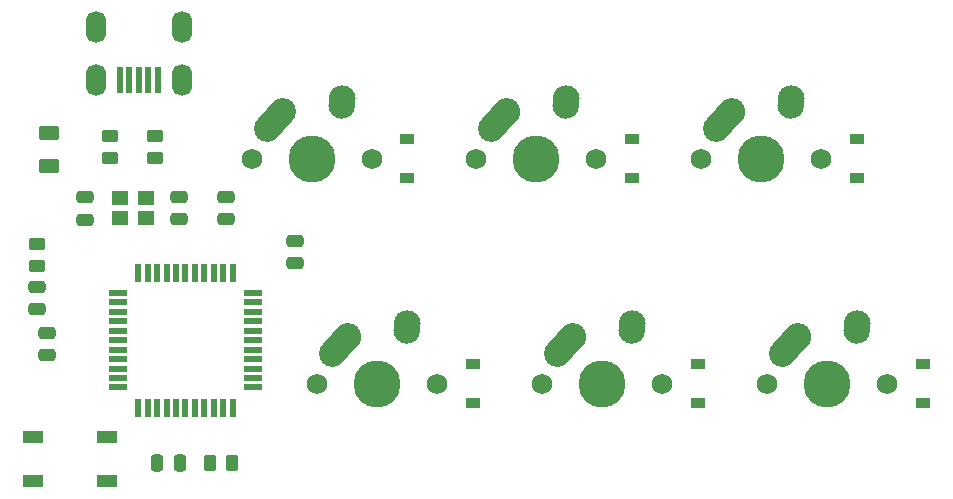
<source format=gbr>
%TF.GenerationSoftware,KiCad,Pcbnew,(6.0.11)*%
%TF.CreationDate,2023-05-27T14:51:32-04:00*%
%TF.ProjectId,MacroPad1.0,4d616372-6f50-4616-9431-2e302e6b6963,rev?*%
%TF.SameCoordinates,Original*%
%TF.FileFunction,Soldermask,Bot*%
%TF.FilePolarity,Negative*%
%FSLAX46Y46*%
G04 Gerber Fmt 4.6, Leading zero omitted, Abs format (unit mm)*
G04 Created by KiCad (PCBNEW (6.0.11)) date 2023-05-27 14:51:32*
%MOMM*%
%LPD*%
G01*
G04 APERTURE LIST*
G04 Aperture macros list*
%AMRoundRect*
0 Rectangle with rounded corners*
0 $1 Rounding radius*
0 $2 $3 $4 $5 $6 $7 $8 $9 X,Y pos of 4 corners*
0 Add a 4 corners polygon primitive as box body*
4,1,4,$2,$3,$4,$5,$6,$7,$8,$9,$2,$3,0*
0 Add four circle primitives for the rounded corners*
1,1,$1+$1,$2,$3*
1,1,$1+$1,$4,$5*
1,1,$1+$1,$6,$7*
1,1,$1+$1,$8,$9*
0 Add four rect primitives between the rounded corners*
20,1,$1+$1,$2,$3,$4,$5,0*
20,1,$1+$1,$4,$5,$6,$7,0*
20,1,$1+$1,$6,$7,$8,$9,0*
20,1,$1+$1,$8,$9,$2,$3,0*%
%AMHorizOval*
0 Thick line with rounded ends*
0 $1 width*
0 $2 $3 position (X,Y) of the first rounded end (center of the circle)*
0 $4 $5 position (X,Y) of the second rounded end (center of the circle)*
0 Add line between two ends*
20,1,$1,$2,$3,$4,$5,0*
0 Add two circle primitives to create the rounded ends*
1,1,$1,$2,$3*
1,1,$1,$4,$5*%
G04 Aperture macros list end*
%ADD10C,1.750000*%
%ADD11C,3.987800*%
%ADD12HorizOval,2.250000X0.655001X0.730000X-0.655001X-0.730000X0*%
%ADD13C,2.250000*%
%ADD14HorizOval,2.250000X0.020000X0.290000X-0.020000X-0.290000X0*%
%ADD15RoundRect,0.250000X0.262500X0.450000X-0.262500X0.450000X-0.262500X-0.450000X0.262500X-0.450000X0*%
%ADD16RoundRect,0.250000X0.475000X-0.250000X0.475000X0.250000X-0.475000X0.250000X-0.475000X-0.250000X0*%
%ADD17R,1.200000X0.900000*%
%ADD18RoundRect,0.250000X-0.475000X0.250000X-0.475000X-0.250000X0.475000X-0.250000X0.475000X0.250000X0*%
%ADD19RoundRect,0.250000X-0.450000X0.262500X-0.450000X-0.262500X0.450000X-0.262500X0.450000X0.262500X0*%
%ADD20RoundRect,0.250000X-0.625000X0.375000X-0.625000X-0.375000X0.625000X-0.375000X0.625000X0.375000X0*%
%ADD21RoundRect,0.250000X-0.250000X-0.475000X0.250000X-0.475000X0.250000X0.475000X-0.250000X0.475000X0*%
%ADD22R,1.800000X1.100000*%
%ADD23R,0.500000X2.250000*%
%ADD24O,1.700000X2.700000*%
%ADD25R,1.500000X0.550000*%
%ADD26R,0.550000X1.500000*%
%ADD27R,1.400000X1.200000*%
G04 APERTURE END LIST*
D10*
%TO.C,MX6*%
X144780000Y-103473250D03*
X134620000Y-103473250D03*
D11*
X139700000Y-103473250D03*
D12*
X136545001Y-100203250D03*
D13*
X137200000Y-99473250D03*
X142240000Y-98393250D03*
D14*
X142220000Y-98683250D03*
%TD*%
D11*
%TO.C,MX3*%
X115062000Y-84423250D03*
D10*
X109982000Y-84423250D03*
X120142000Y-84423250D03*
D13*
X112562000Y-80423250D03*
D12*
X111907001Y-81153250D03*
D14*
X117582000Y-79633250D03*
D13*
X117602000Y-79343250D03*
%TD*%
D10*
%TO.C,MX5*%
X139192000Y-84423250D03*
D11*
X134112000Y-84423250D03*
D10*
X129032000Y-84423250D03*
D13*
X131612000Y-80423250D03*
D12*
X130957001Y-81153250D03*
D13*
X136652000Y-79343250D03*
D14*
X136632000Y-79633250D03*
%TD*%
D10*
%TO.C,MX4*%
X115570000Y-103473250D03*
X125730000Y-103473250D03*
D11*
X120650000Y-103473250D03*
D13*
X118150000Y-99473250D03*
D12*
X117495001Y-100203250D03*
D13*
X123190000Y-98393250D03*
D14*
X123170000Y-98683250D03*
%TD*%
D11*
%TO.C,MX1*%
X96043750Y-84423250D03*
D10*
X101123750Y-84423250D03*
X90963750Y-84423250D03*
D12*
X92888751Y-81153250D03*
D13*
X93543750Y-80423250D03*
X98583750Y-79343250D03*
D14*
X98563750Y-79633250D03*
%TD*%
D10*
%TO.C,MX2*%
X106680000Y-103473250D03*
D11*
X101600000Y-103473250D03*
D10*
X96520000Y-103473250D03*
D13*
X99100000Y-99473250D03*
D12*
X98445001Y-100203250D03*
D13*
X104140000Y-98393250D03*
D14*
X104120000Y-98683250D03*
%TD*%
D15*
%TO.C,R4*%
X89273500Y-110204250D03*
X87448500Y-110204250D03*
%TD*%
D16*
%TO.C,C6*%
X94615000Y-93247250D03*
X94615000Y-91347250D03*
%TD*%
D17*
%TO.C,D3*%
X123158250Y-82773250D03*
X123158250Y-86073250D03*
%TD*%
D18*
%TO.C,C2*%
X84836000Y-87664250D03*
X84836000Y-89564250D03*
%TD*%
D16*
%TO.C,C3*%
X76835000Y-89596000D03*
X76835000Y-87696000D03*
%TD*%
D17*
%TO.C,D1*%
X104140000Y-82773250D03*
X104140000Y-86073250D03*
%TD*%
%TO.C,D6*%
X147828000Y-101823250D03*
X147828000Y-105123250D03*
%TD*%
D19*
%TO.C,R3*%
X72771000Y-91638750D03*
X72771000Y-93463750D03*
%TD*%
%TO.C,R1*%
X78994000Y-82494750D03*
X78994000Y-84319750D03*
%TD*%
D17*
%TO.C,D2*%
X109696250Y-101823250D03*
X109696250Y-105123250D03*
%TD*%
D16*
%TO.C,C4*%
X73660000Y-101060250D03*
X73660000Y-99160250D03*
%TD*%
D20*
%TO.C,F1*%
X73787000Y-82261250D03*
X73787000Y-85061250D03*
%TD*%
D16*
%TO.C,C1*%
X88773000Y-89564250D03*
X88773000Y-87664250D03*
%TD*%
D21*
%TO.C,C5*%
X82966000Y-110204250D03*
X84866000Y-110204250D03*
%TD*%
D22*
%TO.C,SW1*%
X78665000Y-107973250D03*
X72465000Y-111673250D03*
X78665000Y-111673250D03*
X72465000Y-107973250D03*
%TD*%
D17*
%TO.C,D4*%
X128778000Y-101823250D03*
X128778000Y-105123250D03*
%TD*%
D23*
%TO.C,USB1*%
X83007000Y-77782500D03*
X82207000Y-77782500D03*
X81407000Y-77782500D03*
X80607000Y-77782500D03*
X79807000Y-77782500D03*
D24*
X85057000Y-77782500D03*
X77757000Y-77782500D03*
X85057000Y-73282500D03*
X77757000Y-73282500D03*
%TD*%
D17*
%TO.C,D5*%
X142240000Y-82773250D03*
X142240000Y-86073250D03*
%TD*%
D25*
%TO.C,U1*%
X79644000Y-103790250D03*
X79644000Y-102990250D03*
X79644000Y-102190250D03*
X79644000Y-101390250D03*
X79644000Y-100590250D03*
X79644000Y-99790250D03*
X79644000Y-98990250D03*
X79644000Y-98190250D03*
X79644000Y-97390250D03*
X79644000Y-96590250D03*
X79644000Y-95790250D03*
D26*
X81344000Y-94090250D03*
X82144000Y-94090250D03*
X82944000Y-94090250D03*
X83744000Y-94090250D03*
X84544000Y-94090250D03*
X85344000Y-94090250D03*
X86144000Y-94090250D03*
X86944000Y-94090250D03*
X87744000Y-94090250D03*
X88544000Y-94090250D03*
X89344000Y-94090250D03*
D25*
X91044000Y-95790250D03*
X91044000Y-96590250D03*
X91044000Y-97390250D03*
X91044000Y-98190250D03*
X91044000Y-98990250D03*
X91044000Y-99790250D03*
X91044000Y-100590250D03*
X91044000Y-101390250D03*
X91044000Y-102190250D03*
X91044000Y-102990250D03*
X91044000Y-103790250D03*
D26*
X89344000Y-105490250D03*
X88544000Y-105490250D03*
X87744000Y-105490250D03*
X86944000Y-105490250D03*
X86144000Y-105490250D03*
X85344000Y-105490250D03*
X84544000Y-105490250D03*
X83744000Y-105490250D03*
X82944000Y-105490250D03*
X82144000Y-105490250D03*
X81344000Y-105490250D03*
%TD*%
D19*
%TO.C,R2*%
X82804000Y-82494750D03*
X82804000Y-84319750D03*
%TD*%
D18*
%TO.C,C7*%
X72771000Y-95284250D03*
X72771000Y-97184250D03*
%TD*%
D27*
%TO.C,Y1*%
X81999000Y-89464250D03*
X79799000Y-89464250D03*
X79799000Y-87764250D03*
X81999000Y-87764250D03*
%TD*%
M02*

</source>
